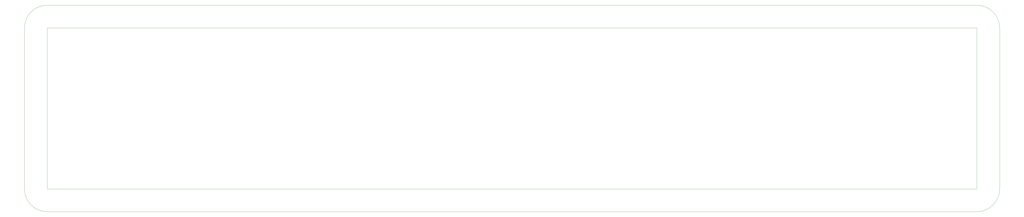
<source format=gbr>
%TF.GenerationSoftware,KiCad,Pcbnew,7.0.9*%
%TF.CreationDate,2023-12-08T19:34:20+00:00*%
%TF.ProjectId,Bezel,42657a65-6c2e-46b6-9963-61645f706362,rev?*%
%TF.SameCoordinates,PX55d4a80PY68e7780*%
%TF.FileFunction,Profile,NP*%
%FSLAX46Y46*%
G04 Gerber Fmt 4.6, Leading zero omitted, Abs format (unit mm)*
G04 Created by KiCad (PCBNEW 7.0.9) date 2023-12-08 19:34:20*
%MOMM*%
%LPD*%
G01*
G04 APERTURE LIST*
%TA.AperFunction,Profile*%
%ADD10C,0.100000*%
%TD*%
G04 APERTURE END LIST*
D10*
X0Y10000000D02*
G75*
G03*
X10000000Y0I10000000J0D01*
G01*
X0Y81050000D02*
X0Y10000000D01*
X418280000Y0D02*
G75*
G03*
X428280000Y10000000I0J10000000D01*
G01*
X10000000Y91050000D02*
G75*
G03*
X0Y81050000I0J-10000000D01*
G01*
X10000000Y81050000D02*
X418280000Y81050000D01*
X418280000Y10000000D01*
X10000000Y10000000D01*
X10000000Y81050000D01*
X10000000Y0D02*
X418280000Y0D01*
X418280000Y91050000D02*
X10000000Y91050000D01*
X428280000Y10000000D02*
X428280000Y81050000D01*
X428280000Y81050000D02*
G75*
G03*
X418280000Y91050000I-10000000J0D01*
G01*
M02*

</source>
